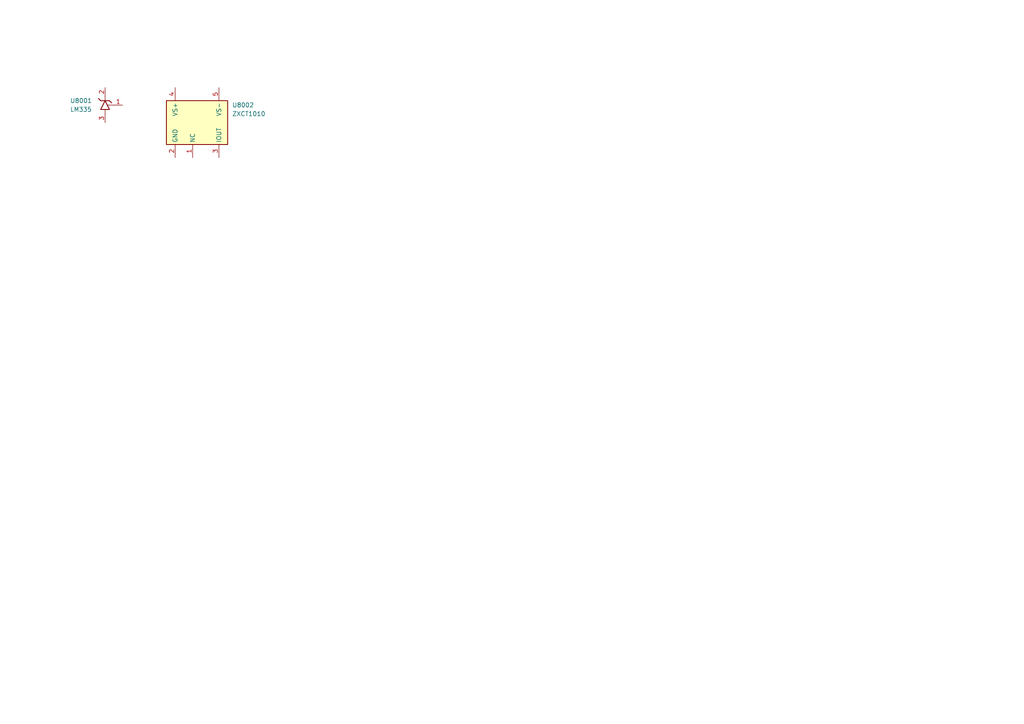
<source format=kicad_sch>
(kicad_sch
	(version 20231120)
	(generator "eeschema")
	(generator_version "8.0")
	(uuid "d343cfc9-c583-407b-9ec3-f7a0fac95932")
	(paper "A4")
	(title_block
		(title "Lily KiCad Library test")
		(date "2024-07-03")
		(rev "1")
		(company "LilyTronics")
	)
	(lib_symbols
		(symbol "lily_symbols:ic_current_sense_high_side_ZXCT1010_sot23-5"
			(exclude_from_sim no)
			(in_bom yes)
			(on_board yes)
			(property "Reference" "U"
				(at 16.51 -5.08 0)
				(effects
					(font
						(size 1.27 1.27)
					)
					(justify left)
				)
			)
			(property "Value" "ZXCT1010"
				(at 16.51 -7.62 0)
				(effects
					(font
						(size 1.27 1.27)
					)
					(justify left)
				)
			)
			(property "Footprint" "lily_footprints:sot23-5"
				(at 5.08 -35.56 0)
				(effects
					(font
						(size 1.27 1.27)
					)
					(hide yes)
				)
			)
			(property "Datasheet" ""
				(at 0 0 0)
				(effects
					(font
						(size 1.27 1.27)
					)
					(hide yes)
				)
			)
			(property "Description" ""
				(at 0 0 0)
				(effects
					(font
						(size 1.27 1.27)
					)
					(hide yes)
				)
			)
			(property "Revision" "1"
				(at 5.08 -30.48 0)
				(effects
					(font
						(size 1.27 1.27)
					)
					(hide yes)
				)
			)
			(property "Status" "Active"
				(at 5.08 -33.02 0)
				(effects
					(font
						(size 1.27 1.27)
					)
					(hide yes)
				)
			)
			(property "Manufacturer" "Diodes Incorporated"
				(at 5.08 -38.1 0)
				(effects
					(font
						(size 1.27 1.27)
					)
					(hide yes)
				)
			)
			(property "Manufacturer_ID" "ZXCT1010E5TA"
				(at 5.08 -40.64 0)
				(effects
					(font
						(size 1.27 1.27)
					)
					(hide yes)
				)
			)
			(property "Lily_ID" "1914-10011"
				(at 5.08 -43.18 0)
				(effects
					(font
						(size 1.27 1.27)
					)
					(hide yes)
				)
			)
			(property "JLCPCB_ID" "C14151"
				(at 5.08 -45.72 0)
				(effects
					(font
						(size 1.27 1.27)
					)
					(hide yes)
				)
			)
			(property "JLCPCB_STATUS" "Extended"
				(at 5.08 -48.26 0)
				(effects
					(font
						(size 1.27 1.27)
					)
					(hide yes)
				)
			)
			(symbol "ic_current_sense_high_side_ZXCT1010_sot23-5_0_1"
				(rectangle
					(start -2.54 -3.81)
					(end 15.24 -16.51)
					(stroke
						(width 0.254)
						(type default)
					)
					(fill
						(type background)
					)
				)
			)
			(symbol "ic_current_sense_high_side_ZXCT1010_sot23-5_1_1"
				(pin input line
					(at 5.08 -20.32 90)
					(length 3.81)
					(name "NC"
						(effects
							(font
								(size 1.27 1.27)
							)
						)
					)
					(number "1"
						(effects
							(font
								(size 1.27 1.27)
							)
						)
					)
				)
				(pin power_in line
					(at 0 -20.32 90)
					(length 3.81)
					(name "GND"
						(effects
							(font
								(size 1.27 1.27)
							)
						)
					)
					(number "2"
						(effects
							(font
								(size 1.27 1.27)
							)
						)
					)
				)
				(pin output line
					(at 12.7 -20.32 90)
					(length 3.81)
					(name "IOUT"
						(effects
							(font
								(size 1.27 1.27)
							)
						)
					)
					(number "3"
						(effects
							(font
								(size 1.27 1.27)
							)
						)
					)
				)
				(pin input line
					(at 0 0 270)
					(length 3.81)
					(name "VS+"
						(effects
							(font
								(size 1.27 1.27)
							)
						)
					)
					(number "4"
						(effects
							(font
								(size 1.27 1.27)
							)
						)
					)
				)
				(pin input line
					(at 12.7 0 270)
					(length 3.81)
					(name "VS-"
						(effects
							(font
								(size 1.27 1.27)
							)
						)
					)
					(number "5"
						(effects
							(font
								(size 1.27 1.27)
							)
						)
					)
				)
			)
		)
		(symbol "lily_symbols:ic_sensor_temperature_LM335_to92"
			(pin_names
				(offset 1.016) hide)
			(exclude_from_sim no)
			(in_bom yes)
			(on_board yes)
			(property "Reference" "U"
				(at -10.16 -3.81 0)
				(effects
					(font
						(size 1.27 1.27)
					)
					(justify left)
				)
			)
			(property "Value" "LM335"
				(at -10.16 -6.35 0)
				(effects
					(font
						(size 1.27 1.27)
					)
					(justify left)
				)
			)
			(property "Footprint" "lily_footprints:to92"
				(at 0 -22.86 0)
				(effects
					(font
						(size 1.27 1.27)
					)
					(hide yes)
				)
			)
			(property "Datasheet" ""
				(at 0 -5.08 90)
				(effects
					(font
						(size 1.27 1.27)
					)
					(hide yes)
				)
			)
			(property "Description" ""
				(at 0 0 0)
				(effects
					(font
						(size 1.27 1.27)
					)
					(hide yes)
				)
			)
			(property "Revision" "1"
				(at 0 -17.78 0)
				(effects
					(font
						(size 1.27 1.27)
					)
					(hide yes)
				)
			)
			(property "Status" "Active"
				(at 0 -20.32 0)
				(effects
					(font
						(size 1.27 1.27)
					)
					(hide yes)
				)
			)
			(property "Manufacturer" "STMicroelectronics"
				(at 0 -25.4 0)
				(effects
					(font
						(size 1.27 1.27)
					)
					(hide yes)
				)
			)
			(property "Manufacturer_ID" "LM335Z"
				(at 0 -27.94 0)
				(effects
					(font
						(size 1.27 1.27)
					)
					(hide yes)
				)
			)
			(property "Lily_ID" "1914-10005"
				(at 0 -30.48 0)
				(effects
					(font
						(size 1.27 1.27)
					)
					(hide yes)
				)
			)
			(property "JLCPCB_ID" "C10629"
				(at 0 -33.02 0)
				(effects
					(font
						(size 1.27 1.27)
					)
					(hide yes)
				)
			)
			(property "JLCPCB_STATUS" "Extended"
				(at 0 -35.56 0)
				(effects
					(font
						(size 1.27 1.27)
					)
					(hide yes)
				)
			)
			(symbol "ic_sensor_temperature_LM335_to92_0_1"
				(polyline
					(pts
						(xy -1.27 -3.81) (xy -1.905 -3.175)
					)
					(stroke
						(width 0.254)
						(type default)
					)
					(fill
						(type none)
					)
				)
				(polyline
					(pts
						(xy 0 -7.62) (xy 0 -6.35)
					)
					(stroke
						(width 0)
						(type default)
					)
					(fill
						(type none)
					)
				)
				(polyline
					(pts
						(xy 0 -2.54) (xy 0 -3.81)
					)
					(stroke
						(width 0)
						(type default)
					)
					(fill
						(type none)
					)
				)
				(polyline
					(pts
						(xy 1.27 -3.81) (xy -1.27 -3.81)
					)
					(stroke
						(width 0.254)
						(type default)
					)
					(fill
						(type none)
					)
				)
				(polyline
					(pts
						(xy 1.27 -3.81) (xy 1.905 -4.445)
					)
					(stroke
						(width 0.254)
						(type default)
					)
					(fill
						(type none)
					)
				)
				(polyline
					(pts
						(xy 2.54 -5.08) (xy 0.762 -5.08)
					)
					(stroke
						(width 0)
						(type default)
					)
					(fill
						(type none)
					)
				)
				(polyline
					(pts
						(xy -1.27 -6.35) (xy 1.27 -6.35) (xy 0 -3.81) (xy -1.27 -6.35)
					)
					(stroke
						(width 0.254)
						(type default)
					)
					(fill
						(type none)
					)
				)
			)
			(symbol "ic_sensor_temperature_LM335_to92_1_1"
				(pin passive line
					(at 5.08 -5.08 180)
					(length 2.54)
					(name ""
						(effects
							(font
								(size 1.27 1.27)
							)
						)
					)
					(number "1"
						(effects
							(font
								(size 1.27 1.27)
							)
						)
					)
				)
				(pin passive line
					(at 0 0 270)
					(length 2.54)
					(name ""
						(effects
							(font
								(size 1.27 1.27)
							)
						)
					)
					(number "2"
						(effects
							(font
								(size 1.27 1.27)
							)
						)
					)
				)
				(pin passive line
					(at 0 -10.16 90)
					(length 2.54)
					(name ""
						(effects
							(font
								(size 1.27 1.27)
							)
						)
					)
					(number "3"
						(effects
							(font
								(size 1.27 1.27)
							)
						)
					)
				)
			)
		)
	)
	(symbol
		(lib_id "lily_symbols:ic_sensor_temperature_LM335_to92")
		(at 30.48 25.4 0)
		(unit 1)
		(exclude_from_sim no)
		(in_bom yes)
		(on_board yes)
		(dnp no)
		(uuid "2a868f37-cd0a-488f-be0f-d4cc51aa69ea")
		(property "Reference" "U8001"
			(at 20.32 29.21 0)
			(effects
				(font
					(size 1.27 1.27)
				)
				(justify left)
			)
		)
		(property "Value" "LM335"
			(at 20.32 31.75 0)
			(effects
				(font
					(size 1.27 1.27)
				)
				(justify left)
			)
		)
		(property "Footprint" "lily_footprints:to92"
			(at 30.48 48.26 0)
			(effects
				(font
					(size 1.27 1.27)
				)
				(hide yes)
			)
		)
		(property "Datasheet" ""
			(at 30.48 30.48 90)
			(effects
				(font
					(size 1.27 1.27)
				)
				(hide yes)
			)
		)
		(property "Description" ""
			(at 30.48 25.4 0)
			(effects
				(font
					(size 1.27 1.27)
				)
				(hide yes)
			)
		)
		(property "Revision" "1"
			(at 30.48 43.18 0)
			(effects
				(font
					(size 1.27 1.27)
				)
				(hide yes)
			)
		)
		(property "Status" "Active"
			(at 30.48 45.72 0)
			(effects
				(font
					(size 1.27 1.27)
				)
				(hide yes)
			)
		)
		(property "Manufacturer" "STMicroelectronics"
			(at 30.48 50.8 0)
			(effects
				(font
					(size 1.27 1.27)
				)
				(hide yes)
			)
		)
		(property "Manufacturer_ID" "LM335Z"
			(at 30.48 53.34 0)
			(effects
				(font
					(size 1.27 1.27)
				)
				(hide yes)
			)
		)
		(property "Lily_ID" "1914-10005"
			(at 30.48 55.88 0)
			(effects
				(font
					(size 1.27 1.27)
				)
				(hide yes)
			)
		)
		(property "JLCPCB_ID" "C10629"
			(at 30.48 58.42 0)
			(effects
				(font
					(size 1.27 1.27)
				)
				(hide yes)
			)
		)
		(property "JLCPCB_STATUS" "Extended"
			(at 30.48 60.96 0)
			(effects
				(font
					(size 1.27 1.27)
				)
				(hide yes)
			)
		)
		(pin "1"
			(uuid "175dcfe5-52ce-4278-aec4-3c13db7266f6")
		)
		(pin "3"
			(uuid "91f69843-9ab0-4abe-b708-f4a1c8055448")
		)
		(pin "2"
			(uuid "e446215f-949e-402b-9769-9e22551a7863")
		)
		(instances
			(project "kicad_lib_test"
				(path "/032b8f2d-5c08-4381-9e3a-c197ca84e3c5/19bb89d4-4435-499d-abf8-0eaf7b787d71"
					(reference "U8001")
					(unit 1)
				)
			)
		)
	)
	(symbol
		(lib_id "lily_symbols:ic_current_sense_high_side_ZXCT1010_sot23-5")
		(at 50.8 25.4 0)
		(unit 1)
		(exclude_from_sim no)
		(in_bom yes)
		(on_board yes)
		(dnp no)
		(uuid "fc39ebcc-d5e4-4d40-bb66-1e098d16aef6")
		(property "Reference" "U8002"
			(at 67.31 30.48 0)
			(effects
				(font
					(size 1.27 1.27)
				)
				(justify left)
			)
		)
		(property "Value" "ZXCT1010"
			(at 67.31 33.02 0)
			(effects
				(font
					(size 1.27 1.27)
				)
				(justify left)
			)
		)
		(property "Footprint" "lily_footprints:sot23-5"
			(at 55.88 60.96 0)
			(effects
				(font
					(size 1.27 1.27)
				)
				(hide yes)
			)
		)
		(property "Datasheet" ""
			(at 50.8 25.4 0)
			(effects
				(font
					(size 1.27 1.27)
				)
				(hide yes)
			)
		)
		(property "Description" ""
			(at 50.8 25.4 0)
			(effects
				(font
					(size 1.27 1.27)
				)
				(hide yes)
			)
		)
		(property "Revision" "1"
			(at 55.88 55.88 0)
			(effects
				(font
					(size 1.27 1.27)
				)
				(hide yes)
			)
		)
		(property "Status" "Active"
			(at 55.88 58.42 0)
			(effects
				(font
					(size 1.27 1.27)
				)
				(hide yes)
			)
		)
		(property "Manufacturer" "Diodes Incorporated"
			(at 55.88 63.5 0)
			(effects
				(font
					(size 1.27 1.27)
				)
				(hide yes)
			)
		)
		(property "Manufacturer_ID" "ZXCT1010E5TA"
			(at 55.88 66.04 0)
			(effects
				(font
					(size 1.27 1.27)
				)
				(hide yes)
			)
		)
		(property "Lily_ID" "1914-10011"
			(at 55.88 68.58 0)
			(effects
				(font
					(size 1.27 1.27)
				)
				(hide yes)
			)
		)
		(property "JLCPCB_ID" "C14151"
			(at 55.88 71.12 0)
			(effects
				(font
					(size 1.27 1.27)
				)
				(hide yes)
			)
		)
		(property "JLCPCB_STATUS" "Extended"
			(at 55.88 73.66 0)
			(effects
				(font
					(size 1.27 1.27)
				)
				(hide yes)
			)
		)
		(pin "1"
			(uuid "32da0645-af24-480f-84f9-1345a6fcef4c")
		)
		(pin "3"
			(uuid "cb06d07a-33fd-4223-a8b3-f35f6a2a83c5")
		)
		(pin "4"
			(uuid "ddc532e0-c7c2-444a-bea4-132421991050")
		)
		(pin "2"
			(uuid "265c4e36-7d7f-468d-a720-508c660b31d4")
		)
		(pin "5"
			(uuid "e75cfeff-b0b7-41b5-951e-2ac204abb902")
		)
		(instances
			(project "kicad_lib_test"
				(path "/032b8f2d-5c08-4381-9e3a-c197ca84e3c5/19bb89d4-4435-499d-abf8-0eaf7b787d71"
					(reference "U8002")
					(unit 1)
				)
			)
		)
	)
)
</source>
